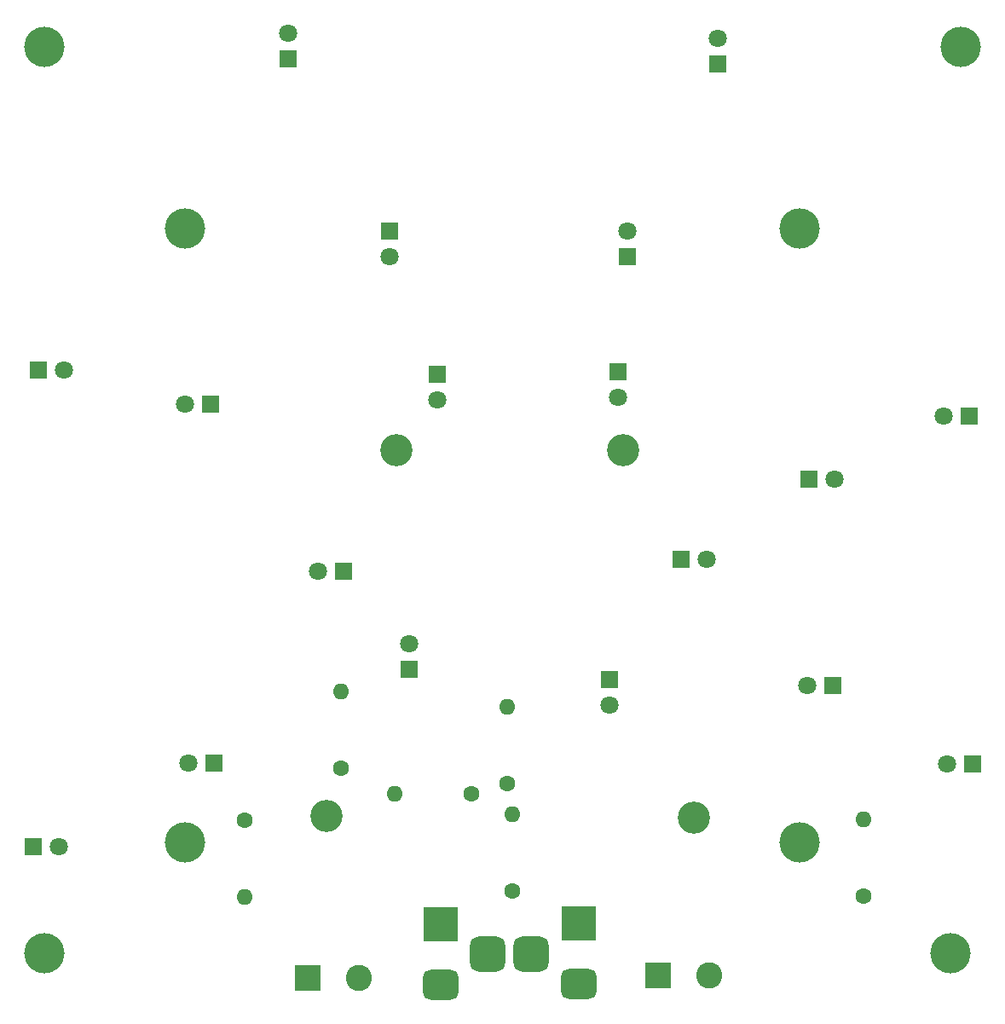
<source format=gbr>
%TF.GenerationSoftware,KiCad,Pcbnew,(6.0.11)*%
%TF.CreationDate,2023-06-08T13:50:34-05:00*%
%TF.ProjectId,LEDpanel,4c454470-616e-4656-9c2e-6b696361645f,rev?*%
%TF.SameCoordinates,Original*%
%TF.FileFunction,Soldermask,Bot*%
%TF.FilePolarity,Negative*%
%FSLAX46Y46*%
G04 Gerber Fmt 4.6, Leading zero omitted, Abs format (unit mm)*
G04 Created by KiCad (PCBNEW (6.0.11)) date 2023-06-08 13:50:34*
%MOMM*%
%LPD*%
G01*
G04 APERTURE LIST*
G04 Aperture macros list*
%AMRoundRect*
0 Rectangle with rounded corners*
0 $1 Rounding radius*
0 $2 $3 $4 $5 $6 $7 $8 $9 X,Y pos of 4 corners*
0 Add a 4 corners polygon primitive as box body*
4,1,4,$2,$3,$4,$5,$6,$7,$8,$9,$2,$3,0*
0 Add four circle primitives for the rounded corners*
1,1,$1+$1,$2,$3*
1,1,$1+$1,$4,$5*
1,1,$1+$1,$6,$7*
1,1,$1+$1,$8,$9*
0 Add four rect primitives between the rounded corners*
20,1,$1+$1,$2,$3,$4,$5,0*
20,1,$1+$1,$4,$5,$6,$7,0*
20,1,$1+$1,$6,$7,$8,$9,0*
20,1,$1+$1,$8,$9,$2,$3,0*%
G04 Aperture macros list end*
%ADD10R,1.800000X1.800000*%
%ADD11C,1.800000*%
%ADD12R,3.500000X3.500000*%
%ADD13RoundRect,0.750000X1.000000X-0.750000X1.000000X0.750000X-1.000000X0.750000X-1.000000X-0.750000X0*%
%ADD14RoundRect,0.875000X0.875000X-0.875000X0.875000X0.875000X-0.875000X0.875000X-0.875000X-0.875000X0*%
%ADD15C,3.200000*%
%ADD16C,4.000000*%
%ADD17R,2.600000X2.600000*%
%ADD18C,2.600000*%
%ADD19C,1.600000*%
%ADD20O,1.600000X1.600000*%
G04 APERTURE END LIST*
D10*
%TO.C,D18*%
X54200000Y-31200000D03*
D11*
X54200000Y-28660000D03*
%TD*%
D12*
%TO.C,J1*%
X69374000Y-117094000D03*
D13*
X69374000Y-123094000D03*
D14*
X74074000Y-120094000D03*
%TD*%
D10*
%TO.C,D3*%
X122200000Y-101200000D03*
D11*
X119660000Y-101200000D03*
%TD*%
D15*
%TO.C,H2*%
X87500000Y-70000000D03*
%TD*%
D10*
%TO.C,D9*%
X108336000Y-93384000D03*
D11*
X105796000Y-93384000D03*
%TD*%
D10*
%TO.C,D45*%
X66224500Y-91827000D03*
D11*
X66224500Y-89287000D03*
%TD*%
D16*
%TO.C,H11*%
X30000000Y-120000000D03*
%TD*%
D10*
%TO.C,D39*%
X46860000Y-101110000D03*
D11*
X44320000Y-101110000D03*
%TD*%
D17*
%TO.C,J3*%
X56166000Y-122428000D03*
D18*
X61246000Y-122428000D03*
%TD*%
D10*
%TO.C,D36*%
X105941000Y-72898000D03*
D11*
X108481000Y-72898000D03*
%TD*%
D16*
%TO.C,H12*%
X44000000Y-109000000D03*
%TD*%
D10*
%TO.C,D33*%
X28885000Y-109425000D03*
D11*
X31425000Y-109425000D03*
%TD*%
D19*
%TO.C,R9*%
X59468000Y-101600000D03*
D20*
X59468000Y-93980000D03*
%TD*%
D19*
%TO.C,R10*%
X75978000Y-103124000D03*
D20*
X75978000Y-95504000D03*
%TD*%
D19*
%TO.C,R12*%
X49900000Y-106800000D03*
D20*
X49900000Y-114420000D03*
%TD*%
D15*
%TO.C,H3*%
X58000000Y-106330000D03*
%TD*%
D16*
%TO.C,H1*%
X105000000Y-48000000D03*
%TD*%
D15*
%TO.C,H10*%
X94500000Y-106500000D03*
%TD*%
D10*
%TO.C,D27*%
X87000000Y-62230000D03*
D11*
X87000000Y-64770000D03*
%TD*%
D16*
%TO.C,H9*%
X44000000Y-48000000D03*
%TD*%
D10*
%TO.C,D6*%
X46500000Y-65500000D03*
D11*
X43960000Y-65500000D03*
%TD*%
D10*
%TO.C,D12*%
X59722000Y-82042000D03*
D11*
X57182000Y-82042000D03*
%TD*%
D10*
%TO.C,D15*%
X86138000Y-92770000D03*
D11*
X86138000Y-95310000D03*
%TD*%
D19*
%TO.C,R6*%
X111400000Y-114300000D03*
D20*
X111400000Y-106680000D03*
%TD*%
D10*
%TO.C,D51*%
X96908000Y-31665000D03*
D11*
X96908000Y-29125000D03*
%TD*%
D16*
%TO.C,H4*%
X30000000Y-30000000D03*
%TD*%
D10*
%TO.C,D21*%
X64262000Y-48260000D03*
D11*
X64262000Y-50800000D03*
%TD*%
D16*
%TO.C,H7*%
X105000000Y-109000000D03*
%TD*%
D10*
%TO.C,D54*%
X121862000Y-66664500D03*
D11*
X119322000Y-66664500D03*
%TD*%
D10*
%TO.C,D42*%
X93250000Y-80860000D03*
D11*
X95790000Y-80860000D03*
%TD*%
D17*
%TO.C,SW1*%
X90964000Y-122174000D03*
D18*
X96044000Y-122174000D03*
%TD*%
D10*
%TO.C,D30*%
X69000000Y-62500000D03*
D11*
X69000000Y-65040000D03*
%TD*%
D16*
%TO.C,H5*%
X120000000Y-120000000D03*
%TD*%
D19*
%TO.C,R7*%
X72422000Y-104140000D03*
D20*
X64802000Y-104140000D03*
%TD*%
D19*
%TO.C,R8*%
X76486000Y-113792000D03*
D20*
X76486000Y-106172000D03*
%TD*%
D16*
%TO.C,H6*%
X121000000Y-30000000D03*
%TD*%
D10*
%TO.C,D48*%
X29450000Y-62050000D03*
D11*
X31990000Y-62050000D03*
%TD*%
D15*
%TO.C,H8*%
X65000000Y-70000000D03*
%TD*%
D10*
%TO.C,D24*%
X87884000Y-50800000D03*
D11*
X87884000Y-48260000D03*
%TD*%
D12*
%TO.C,J2*%
X83090000Y-117043200D03*
D13*
X83090000Y-123043200D03*
D14*
X78390000Y-120043200D03*
%TD*%
M02*

</source>
